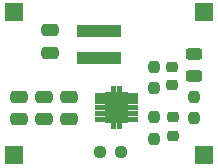
<source format=gbr>
%TF.GenerationSoftware,KiCad,Pcbnew,7.0.10*%
%TF.CreationDate,2024-08-19T14:49:08+08:00*%
%TF.ProjectId,TPS61230_Booster_5V_Layout-240812_JLCPCB,54505336-3132-4333-905f-426f6f737465,rev?*%
%TF.SameCoordinates,Original*%
%TF.FileFunction,Soldermask,Top*%
%TF.FilePolarity,Negative*%
%FSLAX46Y46*%
G04 Gerber Fmt 4.6, Leading zero omitted, Abs format (unit mm)*
G04 Created by KiCad (PCBNEW 7.0.10) date 2024-08-19 14:49:08*
%MOMM*%
%LPD*%
G01*
G04 APERTURE LIST*
G04 Aperture macros list*
%AMRoundRect*
0 Rectangle with rounded corners*
0 $1 Rounding radius*
0 $2 $3 $4 $5 $6 $7 $8 $9 X,Y pos of 4 corners*
0 Add a 4 corners polygon primitive as box body*
4,1,4,$2,$3,$4,$5,$6,$7,$8,$9,$2,$3,0*
0 Add four circle primitives for the rounded corners*
1,1,$1+$1,$2,$3*
1,1,$1+$1,$4,$5*
1,1,$1+$1,$6,$7*
1,1,$1+$1,$8,$9*
0 Add four rect primitives between the rounded corners*
20,1,$1+$1,$2,$3,$4,$5,0*
20,1,$1+$1,$4,$5,$6,$7,0*
20,1,$1+$1,$6,$7,$8,$9,0*
20,1,$1+$1,$8,$9,$2,$3,0*%
G04 Aperture macros list end*
%ADD10C,0.203200*%
%ADD11C,0.010000*%
%ADD12RoundRect,0.237500X0.250000X0.237500X-0.250000X0.237500X-0.250000X-0.237500X0.250000X-0.237500X0*%
%ADD13R,1.500000X1.500000*%
%ADD14RoundRect,0.225000X0.250000X-0.225000X0.250000X0.225000X-0.250000X0.225000X-0.250000X-0.225000X0*%
%ADD15RoundRect,0.243750X-0.456250X0.243750X-0.456250X-0.243750X0.456250X-0.243750X0.456250X0.243750X0*%
%ADD16RoundRect,0.237500X0.237500X-0.250000X0.237500X0.250000X-0.237500X0.250000X-0.237500X-0.250000X0*%
%ADD17RoundRect,0.250000X0.475000X-0.250000X0.475000X0.250000X-0.475000X0.250000X-0.475000X-0.250000X0*%
%ADD18R,3.708400X1.092200*%
%ADD19RoundRect,0.250000X-0.475000X0.250000X-0.475000X-0.250000X0.475000X-0.250000X0.475000X0.250000X0*%
G04 APERTURE END LIST*
D10*
X142697200Y-68529200D02*
X142697200Y-68529200D01*
%TO.C,U1*%
D11*
X138289000Y-66855600D02*
X137549000Y-66855600D01*
X137549000Y-66475600D01*
X138289000Y-66475600D01*
X138289000Y-66855600D01*
G36*
X138289000Y-66855600D02*
G01*
X137549000Y-66855600D01*
X137549000Y-66475600D01*
X138289000Y-66475600D01*
X138289000Y-66855600D01*
G37*
X138289000Y-67355600D02*
X137549000Y-67355600D01*
X137549000Y-66975600D01*
X138289000Y-66975600D01*
X138289000Y-67355600D01*
G36*
X138289000Y-67355600D02*
G01*
X137549000Y-67355600D01*
X137549000Y-66975600D01*
X138289000Y-66975600D01*
X138289000Y-67355600D01*
G37*
X138289000Y-67855600D02*
X137549000Y-67855600D01*
X137549000Y-67475600D01*
X138289000Y-67475600D01*
X138289000Y-67855600D01*
G36*
X138289000Y-67855600D02*
G01*
X137549000Y-67855600D01*
X137549000Y-67475600D01*
X138289000Y-67475600D01*
X138289000Y-67855600D01*
G37*
X138289000Y-68355600D02*
X137549000Y-68355600D01*
X137549000Y-67975600D01*
X138289000Y-67975600D01*
X138289000Y-68355600D01*
G36*
X138289000Y-68355600D02*
G01*
X137549000Y-68355600D01*
X137549000Y-67975600D01*
X138289000Y-67975600D01*
X138289000Y-68355600D01*
G37*
X138289000Y-68855600D02*
X137549000Y-68855600D01*
X137549000Y-68475600D01*
X138289000Y-68475600D01*
X138289000Y-68855600D01*
G36*
X138289000Y-68855600D02*
G01*
X137549000Y-68855600D01*
X137549000Y-68475600D01*
X138289000Y-68475600D01*
X138289000Y-68855600D01*
G37*
X141089000Y-66855600D02*
X140349000Y-66855600D01*
X140349000Y-66475600D01*
X141089000Y-66475600D01*
X141089000Y-66855600D01*
G36*
X141089000Y-66855600D02*
G01*
X140349000Y-66855600D01*
X140349000Y-66475600D01*
X141089000Y-66475600D01*
X141089000Y-66855600D01*
G37*
X141089000Y-67355600D02*
X140349000Y-67355600D01*
X140349000Y-66975600D01*
X141089000Y-66975600D01*
X141089000Y-67355600D01*
G36*
X141089000Y-67355600D02*
G01*
X140349000Y-67355600D01*
X140349000Y-66975600D01*
X141089000Y-66975600D01*
X141089000Y-67355600D01*
G37*
X141089000Y-67855600D02*
X140349000Y-67855600D01*
X140349000Y-67475600D01*
X141089000Y-67475600D01*
X141089000Y-67855600D01*
G36*
X141089000Y-67855600D02*
G01*
X140349000Y-67855600D01*
X140349000Y-67475600D01*
X141089000Y-67475600D01*
X141089000Y-67855600D01*
G37*
X141089000Y-68355600D02*
X140349000Y-68355600D01*
X140349000Y-67975600D01*
X141089000Y-67975600D01*
X141089000Y-68355600D01*
G36*
X141089000Y-68355600D02*
G01*
X140349000Y-68355600D01*
X140349000Y-67975600D01*
X141089000Y-67975600D01*
X141089000Y-68355600D01*
G37*
X141089000Y-68855600D02*
X140349000Y-68855600D01*
X140349000Y-68475600D01*
X141089000Y-68475600D01*
X141089000Y-68855600D01*
G36*
X141089000Y-68855600D02*
G01*
X140349000Y-68855600D01*
X140349000Y-68475600D01*
X141089000Y-68475600D01*
X141089000Y-68855600D01*
G37*
X139264000Y-66395600D02*
X139374000Y-66395600D01*
X139374000Y-65895600D01*
X139764000Y-65895600D01*
X139764000Y-66395600D01*
X140214000Y-66395600D01*
X140214000Y-68935600D01*
X139764000Y-68935600D01*
X139764000Y-69435600D01*
X139374000Y-69435600D01*
X139374000Y-68935600D01*
X139264000Y-68935600D01*
X139264000Y-69435600D01*
X138874000Y-69435600D01*
X138874000Y-68935600D01*
X138424000Y-68935600D01*
X138424000Y-66395600D01*
X138874000Y-66395600D01*
X138874000Y-65895600D01*
X139264000Y-65895600D01*
X139264000Y-66395600D01*
G36*
X139264000Y-66395600D02*
G01*
X139374000Y-66395600D01*
X139374000Y-65895600D01*
X139764000Y-65895600D01*
X139764000Y-66395600D01*
X140214000Y-66395600D01*
X140214000Y-68935600D01*
X139764000Y-68935600D01*
X139764000Y-69435600D01*
X139374000Y-69435600D01*
X139374000Y-68935600D01*
X139264000Y-68935600D01*
X139264000Y-69435600D01*
X138874000Y-69435600D01*
X138874000Y-68935600D01*
X138424000Y-68935600D01*
X138424000Y-66395600D01*
X138874000Y-66395600D01*
X138874000Y-65895600D01*
X139264000Y-65895600D01*
X139264000Y-66395600D01*
G37*
%TD*%
D12*
%TO.C,R3*%
X139744000Y-71501000D03*
X137919000Y-71501000D03*
%TD*%
D13*
%TO.C,TP5*%
X130683000Y-59639200D03*
%TD*%
%TO.C,TP8*%
X146800000Y-59639200D03*
%TD*%
D14*
%TO.C,C2*%
X144018000Y-65799000D03*
X144018000Y-64249000D03*
%TD*%
D15*
%TO.C,D1*%
X145923000Y-63197500D03*
X145923000Y-65072500D03*
%TD*%
D16*
%TO.C,R2*%
X142494000Y-70357050D03*
X142494000Y-68532050D03*
%TD*%
D17*
%TO.C,C5*%
X135337600Y-68702000D03*
X135337600Y-66802000D03*
%TD*%
%TO.C,C4*%
X133223000Y-68702000D03*
X133223000Y-66802000D03*
%TD*%
D18*
%TO.C,L1*%
X137871200Y-61226700D03*
X137871200Y-63487300D03*
%TD*%
D13*
%TO.C,TP6*%
X146800000Y-71729600D03*
%TD*%
D16*
%TO.C,R1*%
X142494000Y-66063500D03*
X142494000Y-64238500D03*
%TD*%
D19*
%TO.C,C1*%
X133731000Y-61153000D03*
X133731000Y-63053000D03*
%TD*%
D14*
%TO.C,C6*%
X144145000Y-70082050D03*
X144145000Y-68532050D03*
%TD*%
D13*
%TO.C,TP7*%
X130683000Y-71729600D03*
%TD*%
D16*
%TO.C,R4*%
X145923000Y-68603500D03*
X145923000Y-66778500D03*
%TD*%
D17*
%TO.C,C3*%
X131108400Y-68702000D03*
X131108400Y-66802000D03*
%TD*%
M02*

</source>
